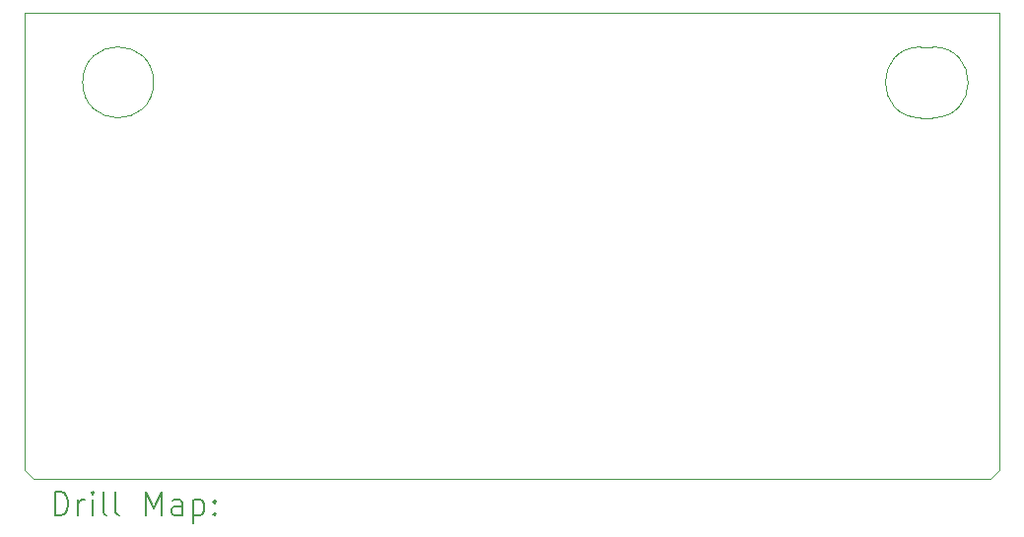
<source format=gbr>
%TF.GenerationSoftware,KiCad,Pcbnew,9.0.6*%
%TF.CreationDate,2025-12-11T13:31:38+05:00*%
%TF.ProjectId,SEGA-Simple-Cart,53454741-2d53-4696-9d70-6c652d436172,rev?*%
%TF.SameCoordinates,Original*%
%TF.FileFunction,Drillmap*%
%TF.FilePolarity,Positive*%
%FSLAX45Y45*%
G04 Gerber Fmt 4.5, Leading zero omitted, Abs format (unit mm)*
G04 Created by KiCad (PCBNEW 9.0.6) date 2025-12-11 13:31:38*
%MOMM*%
%LPD*%
G01*
G04 APERTURE LIST*
%ADD10C,0.100000*%
%ADD11C,0.200000*%
G04 APERTURE END LIST*
D10*
X11102340Y-5334000D02*
G75*
G02*
X11102340Y-5943600I0J-304800D01*
G01*
X11673840Y-5041900D02*
X11673840Y-8966200D01*
X4409440Y-5638800D02*
G75*
G02*
X3799840Y-5638800I-304800J0D01*
G01*
X3799840Y-5638800D02*
G75*
G02*
X4409440Y-5638800I304800J0D01*
G01*
X11597640Y-9042400D02*
X3380740Y-9042400D01*
X3304540Y-5041900D02*
X11673840Y-5041900D01*
X11000740Y-5943600D02*
G75*
G02*
X11000740Y-5334000I0J304800D01*
G01*
X11102340Y-5334000D02*
X11000740Y-5334000D01*
X3380740Y-9042400D02*
X3304540Y-8966200D01*
X11597640Y-9042400D02*
X11673840Y-8966200D01*
X3304540Y-8966200D02*
X3304540Y-5041900D01*
X11000740Y-5943600D02*
X11102340Y-5943600D01*
D11*
X3560317Y-9358884D02*
X3560317Y-9158884D01*
X3560317Y-9158884D02*
X3607936Y-9158884D01*
X3607936Y-9158884D02*
X3636507Y-9168408D01*
X3636507Y-9168408D02*
X3655555Y-9187455D01*
X3655555Y-9187455D02*
X3665079Y-9206503D01*
X3665079Y-9206503D02*
X3674602Y-9244598D01*
X3674602Y-9244598D02*
X3674602Y-9273170D01*
X3674602Y-9273170D02*
X3665079Y-9311265D01*
X3665079Y-9311265D02*
X3655555Y-9330312D01*
X3655555Y-9330312D02*
X3636507Y-9349360D01*
X3636507Y-9349360D02*
X3607936Y-9358884D01*
X3607936Y-9358884D02*
X3560317Y-9358884D01*
X3760317Y-9358884D02*
X3760317Y-9225550D01*
X3760317Y-9263646D02*
X3769841Y-9244598D01*
X3769841Y-9244598D02*
X3779364Y-9235074D01*
X3779364Y-9235074D02*
X3798412Y-9225550D01*
X3798412Y-9225550D02*
X3817460Y-9225550D01*
X3884126Y-9358884D02*
X3884126Y-9225550D01*
X3884126Y-9158884D02*
X3874602Y-9168408D01*
X3874602Y-9168408D02*
X3884126Y-9177931D01*
X3884126Y-9177931D02*
X3893650Y-9168408D01*
X3893650Y-9168408D02*
X3884126Y-9158884D01*
X3884126Y-9158884D02*
X3884126Y-9177931D01*
X4007936Y-9358884D02*
X3988888Y-9349360D01*
X3988888Y-9349360D02*
X3979364Y-9330312D01*
X3979364Y-9330312D02*
X3979364Y-9158884D01*
X4112698Y-9358884D02*
X4093650Y-9349360D01*
X4093650Y-9349360D02*
X4084126Y-9330312D01*
X4084126Y-9330312D02*
X4084126Y-9158884D01*
X4341269Y-9358884D02*
X4341269Y-9158884D01*
X4341269Y-9158884D02*
X4407936Y-9301741D01*
X4407936Y-9301741D02*
X4474603Y-9158884D01*
X4474603Y-9158884D02*
X4474603Y-9358884D01*
X4655555Y-9358884D02*
X4655555Y-9254122D01*
X4655555Y-9254122D02*
X4646031Y-9235074D01*
X4646031Y-9235074D02*
X4626984Y-9225550D01*
X4626984Y-9225550D02*
X4588888Y-9225550D01*
X4588888Y-9225550D02*
X4569841Y-9235074D01*
X4655555Y-9349360D02*
X4636507Y-9358884D01*
X4636507Y-9358884D02*
X4588888Y-9358884D01*
X4588888Y-9358884D02*
X4569841Y-9349360D01*
X4569841Y-9349360D02*
X4560317Y-9330312D01*
X4560317Y-9330312D02*
X4560317Y-9311265D01*
X4560317Y-9311265D02*
X4569841Y-9292217D01*
X4569841Y-9292217D02*
X4588888Y-9282693D01*
X4588888Y-9282693D02*
X4636507Y-9282693D01*
X4636507Y-9282693D02*
X4655555Y-9273170D01*
X4750793Y-9225550D02*
X4750793Y-9425550D01*
X4750793Y-9235074D02*
X4769841Y-9225550D01*
X4769841Y-9225550D02*
X4807936Y-9225550D01*
X4807936Y-9225550D02*
X4826984Y-9235074D01*
X4826984Y-9235074D02*
X4836507Y-9244598D01*
X4836507Y-9244598D02*
X4846031Y-9263646D01*
X4846031Y-9263646D02*
X4846031Y-9320789D01*
X4846031Y-9320789D02*
X4836507Y-9339836D01*
X4836507Y-9339836D02*
X4826984Y-9349360D01*
X4826984Y-9349360D02*
X4807936Y-9358884D01*
X4807936Y-9358884D02*
X4769841Y-9358884D01*
X4769841Y-9358884D02*
X4750793Y-9349360D01*
X4931745Y-9339836D02*
X4941269Y-9349360D01*
X4941269Y-9349360D02*
X4931745Y-9358884D01*
X4931745Y-9358884D02*
X4922222Y-9349360D01*
X4922222Y-9349360D02*
X4931745Y-9339836D01*
X4931745Y-9339836D02*
X4931745Y-9358884D01*
X4931745Y-9235074D02*
X4941269Y-9244598D01*
X4941269Y-9244598D02*
X4931745Y-9254122D01*
X4931745Y-9254122D02*
X4922222Y-9244598D01*
X4922222Y-9244598D02*
X4931745Y-9235074D01*
X4931745Y-9235074D02*
X4931745Y-9254122D01*
M02*

</source>
